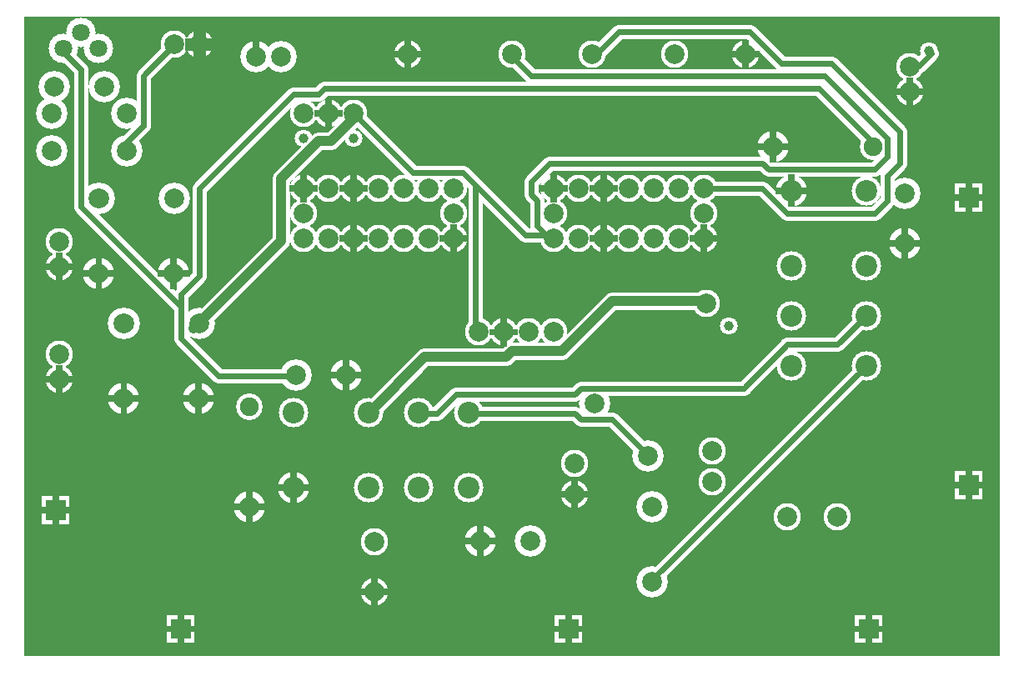
<source format=gbr>
%FSLAX34Y34*%
%MOMM*%
%LNCOPPER_TOP*%
G71*
G01*
%ADD10C,2.800*%
%ADD11C,1.400*%
%ADD12C,1.800*%
%ADD13C,3.200*%
%ADD14C,2.800*%
%ADD15C,1.800*%
%ADD16C,2.700*%
%ADD17C,3.000*%
%ADD18C,3.000*%
%ADD19C,0.667*%
%ADD20C,0.680*%
%ADD21C,0.813*%
%ADD22C,1.260*%
%ADD23C,2.000*%
%ADD24C,0.600*%
%ADD25C,1.000*%
%ADD26C,2.000*%
%ADD27C,1.000*%
%ADD28C,1.900*%
%ADD29C,2.200*%
%ADD30C,4.300*%
%ADD31C,1.800*%
%LPD*%
G36*
X-431800Y104700D02*
X558200Y104700D01*
X558200Y-545300D01*
X-431800Y-545300D01*
X-431800Y104700D01*
G37*
%LPC*%
X105550Y-70090D02*
G54D10*
D03*
X130950Y-70090D02*
G54D10*
D03*
X130950Y-70090D02*
G54D10*
D03*
X156350Y-70090D02*
G54D10*
D03*
X156350Y-70090D02*
G54D10*
D03*
X181750Y-70090D02*
G54D10*
D03*
X181750Y-70090D02*
G54D10*
D03*
X207150Y-70090D02*
G54D10*
D03*
X207150Y-70090D02*
G54D10*
D03*
X232550Y-70090D02*
G54D10*
D03*
X232550Y-70090D02*
G54D10*
D03*
X257950Y-70090D02*
G54D10*
D03*
X257950Y-70090D02*
G54D10*
D03*
X257950Y-95490D02*
G54D10*
D03*
X257950Y-95490D02*
G54D10*
D03*
X257950Y-120890D02*
G54D10*
D03*
X105550Y-70090D02*
G54D10*
D03*
X105550Y-95490D02*
G54D10*
D03*
X105550Y-95490D02*
G54D10*
D03*
X105550Y-120890D02*
G54D10*
D03*
X105550Y-120890D02*
G54D10*
D03*
X130950Y-120890D02*
G54D10*
D03*
X130950Y-120890D02*
G54D10*
D03*
X156350Y-120890D02*
G54D10*
D03*
X156350Y-120890D02*
G54D10*
D03*
X181750Y-120890D02*
G54D10*
D03*
X181750Y-120890D02*
G54D10*
D03*
X207150Y-120890D02*
G54D10*
D03*
X207150Y-120890D02*
G54D10*
D03*
X232550Y-120890D02*
G54D10*
D03*
X232550Y-120890D02*
G54D10*
D03*
X257950Y-120890D02*
G54D10*
D03*
X257950Y-120890D02*
G54D10*
D03*
X105550Y-120890D02*
G54D10*
D03*
X-148450Y-70090D02*
G54D10*
D03*
X-123050Y-70090D02*
G54D10*
D03*
X-123050Y-70090D02*
G54D10*
D03*
X-97650Y-70090D02*
G54D10*
D03*
X-97650Y-70090D02*
G54D10*
D03*
X-72250Y-70090D02*
G54D10*
D03*
X-72250Y-70090D02*
G54D10*
D03*
X-46850Y-70090D02*
G54D10*
D03*
X-46850Y-70090D02*
G54D10*
D03*
X-21450Y-70090D02*
G54D10*
D03*
X-21450Y-70090D02*
G54D10*
D03*
X3950Y-70090D02*
G54D10*
D03*
X3950Y-70090D02*
G54D10*
D03*
X3950Y-95490D02*
G54D10*
D03*
X3950Y-95490D02*
G54D10*
D03*
X3950Y-120890D02*
G54D10*
D03*
X-148450Y-70090D02*
G54D10*
D03*
X-148450Y-95490D02*
G54D10*
D03*
X-148450Y-95490D02*
G54D10*
D03*
X-148450Y-120890D02*
G54D10*
D03*
X-148450Y-120890D02*
G54D10*
D03*
X-123050Y-120890D02*
G54D10*
D03*
X-123050Y-120890D02*
G54D10*
D03*
X-97650Y-120890D02*
G54D10*
D03*
X-97650Y-120890D02*
G54D10*
D03*
X-72250Y-120890D02*
G54D10*
D03*
X-72250Y-120890D02*
G54D10*
D03*
X-46850Y-120890D02*
G54D10*
D03*
X-46850Y-120890D02*
G54D10*
D03*
X-21450Y-120890D02*
G54D10*
D03*
X-21450Y-120890D02*
G54D10*
D03*
X3950Y-120890D02*
G54D10*
D03*
X3950Y-120890D02*
G54D10*
D03*
X-148450Y-120890D02*
G54D10*
D03*
X29350Y-216140D02*
G54D10*
D03*
X29350Y-216140D02*
G54D10*
D03*
X54750Y-216140D02*
G54D10*
D03*
X54750Y-216140D02*
G54D10*
D03*
X80150Y-216140D02*
G54D10*
D03*
X80150Y-216140D02*
G54D10*
D03*
X105550Y-216140D02*
G54D10*
D03*
X105550Y-216140D02*
G54D10*
D03*
X-148450Y6110D02*
G54D10*
D03*
X-123050Y6110D02*
G54D10*
D03*
X-97650Y6110D02*
G54D10*
D03*
G54D11*
X-97650Y6110D02*
X-100800Y9260D01*
X-37300Y-54240D01*
X13500Y-54240D01*
X77000Y-117740D01*
X102400Y-117740D01*
X105550Y-120890D01*
G54D11*
X-97650Y6110D02*
X-100800Y9260D01*
X-37300Y-54240D01*
X13500Y-54240D01*
X26200Y-66940D01*
X26200Y-212990D01*
X29350Y-216140D01*
X-148450Y-19290D02*
G54D12*
D03*
X-97650Y-19290D02*
G54D12*
D03*
X-330783Y-206934D02*
G54D13*
D03*
X-330833Y-283184D02*
G54D13*
D03*
X-330783Y-206934D02*
G54D14*
D03*
X-254592Y-207008D02*
G54D13*
D03*
X-330842Y-206958D02*
G54D13*
D03*
X-254592Y-207008D02*
G54D14*
D03*
X-254592Y-207008D02*
G54D13*
D03*
X-254642Y-283258D02*
G54D13*
D03*
X-254592Y-207008D02*
G54D14*
D03*
X-356182Y-79934D02*
G54D13*
D03*
X-356233Y-156184D02*
G54D13*
D03*
X-356183Y-79934D02*
G54D14*
D03*
X-279992Y-80008D02*
G54D13*
D03*
X-356242Y-79958D02*
G54D13*
D03*
X-279992Y-80008D02*
G54D14*
D03*
X-279992Y-80008D02*
G54D13*
D03*
X-280042Y-156258D02*
G54D13*
D03*
X-279992Y-80008D02*
G54D14*
D03*
X-396427Y-238639D02*
G54D10*
D03*
X-396427Y-264039D02*
G54D10*
D03*
X-396427Y-124339D02*
G54D10*
D03*
X-396427Y-149739D02*
G54D10*
D03*
X467173Y53461D02*
G54D10*
D03*
X467173Y28061D02*
G54D10*
D03*
X486550Y69610D02*
G54D12*
D03*
G54D11*
X486550Y69610D02*
X488950Y66650D01*
X476250Y53950D01*
X469900Y53950D01*
X467173Y53461D01*
X260350Y-187200D02*
G54D10*
D03*
G54D15*
X-254592Y-207008D02*
X-260350Y-212600D01*
X-171450Y-123700D01*
X-171450Y-60200D01*
X-133350Y-22100D01*
X-120650Y-22100D01*
X-95250Y3300D01*
X-97650Y6110D01*
X-203200Y-393650D02*
G54D16*
D03*
X-203200Y-292050D02*
G54D16*
D03*
X-158365Y-374365D02*
G54D17*
D03*
X-158365Y-298165D02*
G54D17*
D03*
X-82165Y-374365D02*
G54D17*
D03*
X-31365Y-374365D02*
G54D17*
D03*
X19435Y-374365D02*
G54D17*
D03*
X-82165Y-298165D02*
G54D17*
D03*
X-31365Y-298165D02*
G54D17*
D03*
X19435Y-298165D02*
G54D17*
D03*
X-104940Y-259475D02*
G54D13*
D03*
X-155921Y-259587D02*
G54D13*
D03*
X-104940Y-259475D02*
G54D13*
D03*
X-203200Y-393650D02*
G54D13*
D03*
X-158365Y-374365D02*
G54D13*
D03*
X328052Y-27496D02*
G54D16*
D03*
X429652Y-27496D02*
G54D16*
D03*
X347337Y-72330D02*
G54D17*
D03*
X423537Y-72330D02*
G54D17*
D03*
X347337Y-148530D02*
G54D17*
D03*
X347337Y-199330D02*
G54D17*
D03*
X347337Y-250130D02*
G54D17*
D03*
X423537Y-148530D02*
G54D17*
D03*
X423537Y-199330D02*
G54D17*
D03*
X423537Y-250130D02*
G54D17*
D03*
X462227Y-125755D02*
G54D13*
D03*
X462115Y-74774D02*
G54D13*
D03*
X462227Y-125755D02*
G54D13*
D03*
X328052Y-27496D02*
G54D13*
D03*
X347337Y-72330D02*
G54D13*
D03*
X-196950Y63500D02*
G54D13*
D03*
X-171450Y63500D02*
G54D13*
D03*
X-158365Y-298165D02*
G54D10*
D03*
X347337Y-72330D02*
G54D10*
D03*
G36*
X513050Y-65400D02*
X541050Y-65400D01*
X541050Y-93400D01*
X513050Y-93400D01*
X513050Y-65400D01*
G37*
G36*
X513050Y-357500D02*
X541050Y-357500D01*
X541050Y-385500D01*
X513050Y-385500D01*
X513050Y-357500D01*
G37*
X266700Y-336500D02*
G54D10*
D03*
X266700Y-368250D02*
G54D10*
D03*
X-76200Y-428700D02*
G54D10*
D03*
X-76200Y-479500D02*
G54D10*
D03*
X342900Y-403300D02*
G54D10*
D03*
X393700Y-403300D02*
G54D10*
D03*
X201077Y-342250D02*
G54D13*
D03*
X147195Y-288298D02*
G54D13*
D03*
X201077Y-342250D02*
G54D14*
D03*
X205128Y-470026D02*
G54D13*
D03*
X205178Y-393776D02*
G54D13*
D03*
X205128Y-470026D02*
G54D14*
D03*
G36*
X106650Y-503550D02*
X134650Y-503550D01*
X134650Y-531550D01*
X106650Y-531550D01*
X106650Y-503550D01*
G37*
X127000Y-349200D02*
G54D10*
D03*
X127000Y-380950D02*
G54D10*
D03*
X-76200Y-479500D02*
G54D10*
D03*
X127000Y-380950D02*
G54D10*
D03*
X30894Y-428607D02*
G54D13*
D03*
X81874Y-428495D02*
G54D13*
D03*
G54D15*
X-82165Y-298165D02*
X-82550Y-298450D01*
X-25400Y-241300D01*
X57150Y-241300D01*
X63500Y-234950D01*
X114300Y-234950D01*
X165100Y-184150D01*
X260350Y-184150D01*
X260350Y-187200D01*
G54D11*
X423537Y-199330D02*
X425450Y-196850D01*
X393700Y-228600D01*
X342900Y-228600D01*
X298450Y-273050D01*
X133350Y-273050D01*
X127000Y-279400D01*
X6350Y-279400D01*
X-12700Y-298450D01*
X-31750Y-298450D01*
X-31365Y-298165D01*
G54D11*
X201077Y-342250D02*
X203200Y-342900D01*
X165100Y-304800D01*
X133350Y-304800D01*
X127000Y-298450D01*
X19050Y-298450D01*
X19435Y-298165D01*
G54D11*
X205128Y-470026D02*
X203200Y-469900D01*
X425450Y-247650D01*
X423537Y-250130D01*
X283350Y-209790D02*
G54D12*
D03*
X30894Y-428607D02*
G54D13*
D03*
G36*
X-287050Y-503550D02*
X-259050Y-503550D01*
X-259050Y-531550D01*
X-287050Y-531550D01*
X-287050Y-503550D01*
G37*
G36*
X411450Y-503550D02*
X439450Y-503550D01*
X439450Y-531550D01*
X411450Y-531550D01*
X411450Y-503550D01*
G37*
G36*
X-414050Y-382900D02*
X-386050Y-382900D01*
X-386050Y-410900D01*
X-414050Y-410900D01*
X-414050Y-382900D01*
G37*
X-356782Y72522D02*
G54D18*
D03*
X-374357Y88422D02*
G54D18*
D03*
X-391973Y72487D02*
G54D18*
D03*
X-401847Y33135D02*
G54D13*
D03*
X-350866Y33248D02*
G54D13*
D03*
X-404254Y6488D02*
G54D13*
D03*
X-328004Y6438D02*
G54D13*
D03*
X-404254Y-31612D02*
G54D13*
D03*
X-328004Y-31662D02*
G54D13*
D03*
X-279400Y76200D02*
G54D10*
D03*
X-254000Y76200D02*
G54D10*
D03*
G54D11*
X-391973Y72487D02*
X-393700Y69850D01*
X-374650Y50800D01*
X-374650Y-88900D01*
X-273050Y-190500D01*
X-273050Y-222250D01*
X-234950Y-260350D01*
X-158750Y-260350D01*
X-155921Y-259587D01*
G54D11*
X-279400Y76200D02*
X-311150Y44450D01*
X-311150Y-6350D01*
X-330200Y-25400D01*
X-330200Y-31750D01*
X-328004Y-31662D01*
G54D11*
X429652Y-27495D02*
X431800Y-25400D01*
X374650Y31750D01*
X-127000Y31750D01*
X-133350Y25400D01*
X-158750Y25400D01*
X-254000Y-69850D01*
X-254000Y-158750D01*
X-273050Y-177800D01*
X-273050Y-222250D01*
X-234950Y-260350D01*
X-158750Y-260350D01*
X-155921Y-259587D01*
X63500Y66600D02*
G54D10*
D03*
X144601Y65863D02*
G54D10*
D03*
X228600Y66600D02*
G54D10*
D03*
X-42500Y66073D02*
G54D10*
D03*
X300400Y66073D02*
G54D10*
D03*
G54D11*
X63500Y66600D02*
X63500Y63500D01*
X82550Y44450D01*
X381000Y44450D01*
X444500Y-19050D01*
X444500Y-38100D01*
X431800Y-50800D01*
X323850Y-50800D01*
X317500Y-44450D01*
X101600Y-44450D01*
X82550Y-63500D01*
X82550Y-76200D01*
X88900Y-82550D01*
X88900Y-107950D01*
X101600Y-120650D01*
X107950Y-120650D01*
X105550Y-120890D01*
G54D11*
X144601Y65863D02*
X146050Y63500D01*
X171450Y88900D01*
X304800Y88900D01*
X336550Y57150D01*
X387350Y57150D01*
X457200Y-12700D01*
X457200Y-44450D01*
X444500Y-57150D01*
X444500Y-82550D01*
X431800Y-95250D01*
X342900Y-95250D01*
X317500Y-69850D01*
X260350Y-69850D01*
X257950Y-70090D01*
%LPD*%
G54D19*
G36*
X153017Y-70090D02*
X153017Y-55590D01*
X159683Y-55590D01*
X159683Y-70090D01*
X153017Y-70090D01*
G37*
G36*
X156350Y-66757D02*
X170850Y-66757D01*
X170850Y-73423D01*
X156350Y-73423D01*
X156350Y-66757D01*
G37*
G36*
X159683Y-70090D02*
X159683Y-84590D01*
X153017Y-84590D01*
X153017Y-70090D01*
X159683Y-70090D01*
G37*
G36*
X156350Y-73423D02*
X141850Y-73423D01*
X141850Y-66757D01*
X156350Y-66757D01*
X156350Y-73423D01*
G37*
G54D19*
G36*
X105550Y-66757D02*
X120050Y-66757D01*
X120050Y-73423D01*
X105550Y-73423D01*
X105550Y-66757D01*
G37*
G36*
X108883Y-70090D02*
X108883Y-84590D01*
X102217Y-84590D01*
X102217Y-70090D01*
X108883Y-70090D01*
G37*
G36*
X105550Y-73423D02*
X91050Y-73423D01*
X91050Y-66757D01*
X105550Y-66757D01*
X105550Y-73423D01*
G37*
G36*
X102217Y-70090D02*
X102217Y-55590D01*
X108883Y-55590D01*
X108883Y-70090D01*
X102217Y-70090D01*
G37*
G54D19*
G36*
X153017Y-120890D02*
X153017Y-106390D01*
X159683Y-106390D01*
X159683Y-120890D01*
X153017Y-120890D01*
G37*
G36*
X156350Y-117557D02*
X170850Y-117557D01*
X170850Y-124223D01*
X156350Y-124223D01*
X156350Y-117557D01*
G37*
G36*
X159683Y-120890D02*
X159683Y-135390D01*
X153017Y-135390D01*
X153017Y-120890D01*
X159683Y-120890D01*
G37*
G36*
X156350Y-124223D02*
X141850Y-124223D01*
X141850Y-117557D01*
X156350Y-117557D01*
X156350Y-124223D01*
G37*
G54D19*
G36*
X257950Y-117557D02*
X272450Y-117557D01*
X272450Y-124223D01*
X257950Y-124223D01*
X257950Y-117557D01*
G37*
G36*
X261283Y-120890D02*
X261283Y-135390D01*
X254617Y-135390D01*
X254617Y-120890D01*
X261283Y-120890D01*
G37*
G36*
X257950Y-124223D02*
X243450Y-124223D01*
X243450Y-117557D01*
X257950Y-117557D01*
X257950Y-124223D01*
G37*
G36*
X254617Y-120890D02*
X254617Y-106390D01*
X261283Y-106390D01*
X261283Y-120890D01*
X254617Y-120890D01*
G37*
G54D19*
G36*
X-100983Y-70090D02*
X-100983Y-55590D01*
X-94316Y-55590D01*
X-94316Y-70090D01*
X-100983Y-70090D01*
G37*
G36*
X-97650Y-66757D02*
X-83150Y-66757D01*
X-83150Y-73423D01*
X-97650Y-73423D01*
X-97650Y-66757D01*
G37*
G36*
X-94316Y-70090D02*
X-94316Y-84590D01*
X-100983Y-84590D01*
X-100983Y-70090D01*
X-94316Y-70090D01*
G37*
G36*
X-97650Y-73423D02*
X-112150Y-73423D01*
X-112150Y-66757D01*
X-97650Y-66757D01*
X-97650Y-73423D01*
G37*
G54D19*
G36*
X-148450Y-66757D02*
X-133950Y-66757D01*
X-133950Y-73423D01*
X-148450Y-73423D01*
X-148450Y-66757D01*
G37*
G36*
X-145117Y-70090D02*
X-145117Y-84590D01*
X-151783Y-84590D01*
X-151783Y-70090D01*
X-145117Y-70090D01*
G37*
G36*
X-148450Y-73423D02*
X-162950Y-73423D01*
X-162950Y-66757D01*
X-148450Y-66757D01*
X-148450Y-73423D01*
G37*
G36*
X-151783Y-70090D02*
X-151783Y-55590D01*
X-145117Y-55590D01*
X-145117Y-70090D01*
X-151783Y-70090D01*
G37*
G54D19*
G36*
X-100983Y-120890D02*
X-100983Y-106390D01*
X-94316Y-106390D01*
X-94316Y-120890D01*
X-100983Y-120890D01*
G37*
G36*
X-97650Y-117557D02*
X-83150Y-117557D01*
X-83150Y-124223D01*
X-97650Y-124223D01*
X-97650Y-117557D01*
G37*
G36*
X-94316Y-120890D02*
X-94316Y-135390D01*
X-100983Y-135390D01*
X-100983Y-120890D01*
X-94316Y-120890D01*
G37*
G36*
X-97650Y-124223D02*
X-112150Y-124223D01*
X-112150Y-117557D01*
X-97650Y-117557D01*
X-97650Y-124223D01*
G37*
G54D19*
G36*
X3950Y-117557D02*
X18450Y-117557D01*
X18450Y-124223D01*
X3950Y-124223D01*
X3950Y-117557D01*
G37*
G36*
X7284Y-120890D02*
X7284Y-135390D01*
X617Y-135390D01*
X617Y-120890D01*
X7284Y-120890D01*
G37*
G36*
X3950Y-124223D02*
X-10550Y-124223D01*
X-10550Y-117557D01*
X3950Y-117557D01*
X3950Y-124223D01*
G37*
G36*
X617Y-120890D02*
X617Y-106390D01*
X7284Y-106390D01*
X7284Y-120890D01*
X617Y-120890D01*
G37*
G54D19*
G36*
X51417Y-216140D02*
X51417Y-201640D01*
X58084Y-201640D01*
X58084Y-216140D01*
X51417Y-216140D01*
G37*
G36*
X54750Y-212807D02*
X69250Y-212807D01*
X69250Y-219473D01*
X54750Y-219473D01*
X54750Y-212807D01*
G37*
G36*
X58084Y-216140D02*
X58084Y-230640D01*
X51417Y-230640D01*
X51417Y-216140D01*
X58084Y-216140D01*
G37*
G36*
X54750Y-219473D02*
X40250Y-219473D01*
X40250Y-212807D01*
X54750Y-212807D01*
X54750Y-219473D01*
G37*
G54D19*
G36*
X-126383Y6110D02*
X-126383Y20610D01*
X-119717Y20610D01*
X-119717Y6110D01*
X-126383Y6110D01*
G37*
G36*
X-123050Y9443D02*
X-108550Y9443D01*
X-108550Y2777D01*
X-123050Y2777D01*
X-123050Y9443D01*
G37*
G36*
X-119717Y6110D02*
X-119717Y-8390D01*
X-126383Y-8390D01*
X-126383Y6110D01*
X-119717Y6110D01*
G37*
G36*
X-123050Y2777D02*
X-137550Y2777D01*
X-137550Y9443D01*
X-123050Y9443D01*
X-123050Y2777D01*
G37*
G54D19*
G36*
X-330833Y-279851D02*
X-314333Y-279851D01*
X-314333Y-286517D01*
X-330833Y-286517D01*
X-330833Y-279851D01*
G37*
G36*
X-327500Y-283184D02*
X-327500Y-299684D01*
X-334166Y-299684D01*
X-334166Y-283184D01*
X-327500Y-283184D01*
G37*
G36*
X-330833Y-286517D02*
X-347333Y-286517D01*
X-347333Y-279851D01*
X-330833Y-279851D01*
X-330833Y-286517D01*
G37*
G36*
X-334166Y-283184D02*
X-334166Y-266684D01*
X-327500Y-266684D01*
X-327500Y-283184D01*
X-334166Y-283184D01*
G37*
G54D20*
G36*
X-254642Y-279858D02*
X-238142Y-279858D01*
X-238142Y-286658D01*
X-254642Y-286658D01*
X-254642Y-279858D01*
G37*
G36*
X-251242Y-283258D02*
X-251242Y-299758D01*
X-258042Y-299758D01*
X-258042Y-283258D01*
X-251242Y-283258D01*
G37*
G36*
X-254642Y-286658D02*
X-271142Y-286658D01*
X-271142Y-279858D01*
X-254642Y-279858D01*
X-254642Y-286658D01*
G37*
G36*
X-258042Y-283258D02*
X-258042Y-266758D01*
X-251242Y-266758D01*
X-251242Y-283258D01*
X-258042Y-283258D01*
G37*
G54D19*
G36*
X-356233Y-152851D02*
X-339733Y-152851D01*
X-339733Y-159517D01*
X-356233Y-159517D01*
X-356233Y-152851D01*
G37*
G36*
X-352900Y-156184D02*
X-352900Y-172684D01*
X-359566Y-172684D01*
X-359566Y-156184D01*
X-352900Y-156184D01*
G37*
G36*
X-356233Y-159517D02*
X-372733Y-159517D01*
X-372733Y-152851D01*
X-356233Y-152851D01*
X-356233Y-159517D01*
G37*
G36*
X-359566Y-156184D02*
X-359566Y-139684D01*
X-352900Y-139684D01*
X-352900Y-156184D01*
X-359566Y-156184D01*
G37*
G54D20*
G36*
X-280042Y-152858D02*
X-263542Y-152858D01*
X-263542Y-159658D01*
X-280042Y-159658D01*
X-280042Y-152858D01*
G37*
G36*
X-276642Y-156258D02*
X-276642Y-172758D01*
X-283442Y-172758D01*
X-283442Y-156258D01*
X-276642Y-156258D01*
G37*
G36*
X-280042Y-159658D02*
X-296542Y-159658D01*
X-296542Y-152858D01*
X-280042Y-152858D01*
X-280042Y-159658D01*
G37*
G36*
X-283442Y-156258D02*
X-283442Y-139758D01*
X-276642Y-139758D01*
X-276642Y-156258D01*
X-283442Y-156258D01*
G37*
G54D19*
G36*
X-399760Y-264039D02*
X-399760Y-249539D01*
X-393094Y-249539D01*
X-393094Y-264039D01*
X-399760Y-264039D01*
G37*
G36*
X-396427Y-260706D02*
X-381927Y-260706D01*
X-381927Y-267372D01*
X-396427Y-267372D01*
X-396427Y-260706D01*
G37*
G36*
X-393094Y-264039D02*
X-393094Y-278539D01*
X-399760Y-278539D01*
X-399760Y-264039D01*
X-393094Y-264039D01*
G37*
G36*
X-396427Y-267372D02*
X-410927Y-267372D01*
X-410927Y-260706D01*
X-396427Y-260706D01*
X-396427Y-267372D01*
G37*
G54D19*
G36*
X-399760Y-149739D02*
X-399760Y-135239D01*
X-393094Y-135239D01*
X-393094Y-149739D01*
X-399760Y-149739D01*
G37*
G36*
X-396427Y-146406D02*
X-381927Y-146406D01*
X-381927Y-153072D01*
X-396427Y-153072D01*
X-396427Y-146406D01*
G37*
G36*
X-393094Y-149739D02*
X-393094Y-164239D01*
X-399760Y-164239D01*
X-399760Y-149739D01*
X-393094Y-149739D01*
G37*
G36*
X-396427Y-153072D02*
X-410927Y-153072D01*
X-410927Y-146406D01*
X-396427Y-146406D01*
X-396427Y-153072D01*
G37*
G54D19*
G36*
X463840Y28061D02*
X463840Y42561D01*
X470506Y42561D01*
X470506Y28061D01*
X463840Y28061D01*
G37*
G36*
X467173Y31394D02*
X481673Y31394D01*
X481673Y24728D01*
X467173Y24728D01*
X467173Y31394D01*
G37*
G36*
X470506Y28061D02*
X470506Y13561D01*
X463840Y13561D01*
X463840Y28061D01*
X470506Y28061D01*
G37*
G36*
X467173Y24728D02*
X452673Y24728D01*
X452673Y31394D01*
X467173Y31394D01*
X467173Y24728D01*
G37*
G54D20*
G36*
X-104940Y-256075D02*
X-88440Y-256075D01*
X-88440Y-262875D01*
X-104940Y-262875D01*
X-104940Y-256075D01*
G37*
G36*
X-101540Y-259475D02*
X-101540Y-275975D01*
X-108340Y-275975D01*
X-108340Y-259475D01*
X-101540Y-259475D01*
G37*
G36*
X-104940Y-262875D02*
X-121440Y-262875D01*
X-121440Y-256075D01*
X-104940Y-256075D01*
X-104940Y-262875D01*
G37*
G36*
X-108340Y-259475D02*
X-108340Y-242975D01*
X-101540Y-242975D01*
X-101540Y-259475D01*
X-108340Y-259475D01*
G37*
G54D20*
G36*
X-203200Y-390250D02*
X-186700Y-390250D01*
X-186700Y-397050D01*
X-203200Y-397050D01*
X-203200Y-390250D01*
G37*
G36*
X-199800Y-393650D02*
X-199800Y-410150D01*
X-206600Y-410150D01*
X-206600Y-393650D01*
X-199800Y-393650D01*
G37*
G36*
X-203200Y-397050D02*
X-219700Y-397050D01*
X-219700Y-390250D01*
X-203200Y-390250D01*
X-203200Y-397050D01*
G37*
G36*
X-206600Y-393650D02*
X-206600Y-377150D01*
X-199800Y-377150D01*
X-199800Y-393650D01*
X-206600Y-393650D01*
G37*
G54D20*
G36*
X-158365Y-370965D02*
X-141865Y-370965D01*
X-141865Y-377765D01*
X-158365Y-377765D01*
X-158365Y-370965D01*
G37*
G36*
X-154965Y-374365D02*
X-154965Y-390865D01*
X-161765Y-390865D01*
X-161765Y-374365D01*
X-154965Y-374365D01*
G37*
G36*
X-158365Y-377765D02*
X-174865Y-377765D01*
X-174865Y-370965D01*
X-158365Y-370965D01*
X-158365Y-377765D01*
G37*
G36*
X-161765Y-374365D02*
X-161765Y-357865D01*
X-154965Y-357865D01*
X-154965Y-374365D01*
X-161765Y-374365D01*
G37*
G54D20*
G36*
X465627Y-125755D02*
X465627Y-142255D01*
X458827Y-142255D01*
X458827Y-125755D01*
X465627Y-125755D01*
G37*
G36*
X462227Y-129155D02*
X445727Y-129155D01*
X445727Y-122355D01*
X462227Y-122355D01*
X462227Y-129155D01*
G37*
G36*
X458827Y-125755D02*
X458827Y-109255D01*
X465627Y-109255D01*
X465627Y-125755D01*
X458827Y-125755D01*
G37*
G36*
X462227Y-122355D02*
X478727Y-122355D01*
X478727Y-129155D01*
X462227Y-129155D01*
X462227Y-122355D01*
G37*
G54D20*
G36*
X331452Y-27496D02*
X331452Y-43996D01*
X324652Y-43996D01*
X324652Y-27496D01*
X331452Y-27496D01*
G37*
G36*
X328052Y-30896D02*
X311552Y-30896D01*
X311552Y-24096D01*
X328052Y-24096D01*
X328052Y-30896D01*
G37*
G36*
X324652Y-27496D02*
X324652Y-10996D01*
X331452Y-10996D01*
X331452Y-27496D01*
X324652Y-27496D01*
G37*
G36*
X328052Y-24096D02*
X344552Y-24096D01*
X344552Y-30896D01*
X328052Y-30896D01*
X328052Y-24096D01*
G37*
G54D20*
G36*
X350737Y-72330D02*
X350737Y-88830D01*
X343937Y-88830D01*
X343937Y-72330D01*
X350737Y-72330D01*
G37*
G36*
X347337Y-75730D02*
X330837Y-75730D01*
X330837Y-68930D01*
X347337Y-68930D01*
X347337Y-75730D01*
G37*
G36*
X343937Y-72330D02*
X343937Y-55830D01*
X350737Y-55830D01*
X350737Y-72330D01*
X343937Y-72330D01*
G37*
G36*
X347337Y-68930D02*
X363837Y-68930D01*
X363837Y-75730D01*
X347337Y-75730D01*
X347337Y-68930D01*
G37*
G54D19*
G36*
X-200283Y63500D02*
X-200283Y80000D01*
X-193617Y80000D01*
X-193617Y63500D01*
X-200283Y63500D01*
G37*
G54D21*
G54D19*
G36*
X523717Y-79400D02*
X523717Y-64900D01*
X530383Y-64900D01*
X530383Y-79400D01*
X523717Y-79400D01*
G37*
G36*
X527050Y-76067D02*
X541550Y-76067D01*
X541550Y-82733D01*
X527050Y-82733D01*
X527050Y-76067D01*
G37*
G36*
X530383Y-79400D02*
X530383Y-93900D01*
X523717Y-93900D01*
X523717Y-79400D01*
X530383Y-79400D01*
G37*
G36*
X527050Y-82733D02*
X512550Y-82733D01*
X512550Y-76067D01*
X527050Y-76067D01*
X527050Y-82733D01*
G37*
G54D19*
G36*
X523717Y-371500D02*
X523717Y-357000D01*
X530383Y-357000D01*
X530383Y-371500D01*
X523717Y-371500D01*
G37*
G36*
X527050Y-368167D02*
X541550Y-368167D01*
X541550Y-374833D01*
X527050Y-374833D01*
X527050Y-368167D01*
G37*
G36*
X530383Y-371500D02*
X530383Y-386000D01*
X523717Y-386000D01*
X523717Y-371500D01*
X530383Y-371500D01*
G37*
G36*
X527050Y-374833D02*
X512550Y-374833D01*
X512550Y-368167D01*
X527050Y-368167D01*
X527050Y-374833D01*
G37*
G54D19*
G36*
X117317Y-517550D02*
X117317Y-503050D01*
X123983Y-503050D01*
X123983Y-517550D01*
X117317Y-517550D01*
G37*
G36*
X120650Y-514217D02*
X135150Y-514217D01*
X135150Y-520883D01*
X120650Y-520883D01*
X120650Y-514217D01*
G37*
G36*
X123983Y-517550D02*
X123983Y-532050D01*
X117317Y-532050D01*
X117317Y-517550D01*
X123983Y-517550D01*
G37*
G36*
X120650Y-520883D02*
X106150Y-520883D01*
X106150Y-514217D01*
X120650Y-514217D01*
X120650Y-520883D01*
G37*
G54D20*
G36*
X-76200Y-476100D02*
X-61700Y-476100D01*
X-61700Y-482900D01*
X-76200Y-482900D01*
X-76200Y-476100D01*
G37*
G36*
X-72800Y-479500D02*
X-72800Y-494000D01*
X-79600Y-494000D01*
X-79600Y-479500D01*
X-72800Y-479500D01*
G37*
G36*
X-76200Y-482900D02*
X-90700Y-482900D01*
X-90700Y-476100D01*
X-76200Y-476100D01*
X-76200Y-482900D01*
G37*
G36*
X-79600Y-479500D02*
X-79600Y-465000D01*
X-72800Y-465000D01*
X-72800Y-479500D01*
X-79600Y-479500D01*
G37*
G54D20*
G36*
X127000Y-377550D02*
X141500Y-377550D01*
X141500Y-384350D01*
X127000Y-384350D01*
X127000Y-377550D01*
G37*
G36*
X130400Y-380950D02*
X130400Y-395450D01*
X123600Y-395450D01*
X123600Y-380950D01*
X130400Y-380950D01*
G37*
G36*
X127000Y-384350D02*
X112500Y-384350D01*
X112500Y-377550D01*
X127000Y-377550D01*
X127000Y-384350D01*
G37*
G36*
X123600Y-380950D02*
X123600Y-366450D01*
X130400Y-366450D01*
X130400Y-380950D01*
X123600Y-380950D01*
G37*
G54D20*
G36*
X30894Y-432007D02*
X14394Y-432007D01*
X14394Y-425207D01*
X30894Y-425207D01*
X30894Y-432007D01*
G37*
G36*
X27494Y-428607D02*
X27494Y-412107D01*
X34294Y-412107D01*
X34294Y-428607D01*
X27494Y-428607D01*
G37*
G36*
X30894Y-425207D02*
X47394Y-425207D01*
X47394Y-432007D01*
X30894Y-432007D01*
X30894Y-425207D01*
G37*
G36*
X34294Y-428607D02*
X34294Y-445107D01*
X27494Y-445107D01*
X27494Y-428607D01*
X34294Y-428607D01*
G37*
G54D19*
G36*
X-276383Y-517550D02*
X-276383Y-503050D01*
X-269717Y-503050D01*
X-269717Y-517550D01*
X-276383Y-517550D01*
G37*
G36*
X-273050Y-514217D02*
X-258550Y-514217D01*
X-258550Y-520883D01*
X-273050Y-520883D01*
X-273050Y-514217D01*
G37*
G36*
X-269717Y-517550D02*
X-269717Y-532050D01*
X-276383Y-532050D01*
X-276383Y-517550D01*
X-269717Y-517550D01*
G37*
G36*
X-273050Y-520883D02*
X-287550Y-520883D01*
X-287550Y-514217D01*
X-273050Y-514217D01*
X-273050Y-520883D01*
G37*
G54D19*
G36*
X422117Y-517550D02*
X422117Y-503050D01*
X428783Y-503050D01*
X428783Y-517550D01*
X422117Y-517550D01*
G37*
G36*
X425450Y-514217D02*
X439950Y-514217D01*
X439950Y-520883D01*
X425450Y-520883D01*
X425450Y-514217D01*
G37*
G36*
X428783Y-517550D02*
X428783Y-532050D01*
X422117Y-532050D01*
X422117Y-517550D01*
X428783Y-517550D01*
G37*
G36*
X425450Y-520883D02*
X410950Y-520883D01*
X410950Y-514217D01*
X425450Y-514217D01*
X425450Y-520883D01*
G37*
G54D19*
G36*
X-403383Y-396900D02*
X-403383Y-382400D01*
X-396717Y-382400D01*
X-396717Y-396900D01*
X-403383Y-396900D01*
G37*
G36*
X-400050Y-393567D02*
X-385550Y-393567D01*
X-385550Y-400233D01*
X-400050Y-400233D01*
X-400050Y-393567D01*
G37*
G36*
X-396717Y-396900D02*
X-396717Y-411400D01*
X-403383Y-411400D01*
X-403383Y-396900D01*
X-396717Y-396900D01*
G37*
G36*
X-400050Y-400233D02*
X-414550Y-400233D01*
X-414550Y-393567D01*
X-400050Y-393567D01*
X-400050Y-400233D01*
G37*
G54D22*
G36*
X-260300Y76200D02*
X-260300Y90700D01*
X-247700Y90700D01*
X-247700Y76200D01*
X-260300Y76200D01*
G37*
G36*
X-254000Y82500D02*
X-239500Y82500D01*
X-239500Y69900D01*
X-254000Y69900D01*
X-254000Y82500D01*
G37*
G36*
X-247700Y76200D02*
X-247700Y61700D01*
X-260300Y61700D01*
X-260300Y76200D01*
X-247700Y76200D01*
G37*
G36*
X-254000Y69900D02*
X-268500Y69900D01*
X-268500Y82500D01*
X-254000Y82500D01*
X-254000Y69900D01*
G37*
G54D19*
G36*
X-45833Y66073D02*
X-45833Y80573D01*
X-39167Y80573D01*
X-39167Y66073D01*
X-45833Y66073D01*
G37*
G36*
X-42500Y69406D02*
X-28000Y69406D01*
X-28000Y62740D01*
X-42500Y62740D01*
X-42500Y69406D01*
G37*
G36*
X-39167Y66073D02*
X-39167Y51573D01*
X-45833Y51573D01*
X-45833Y66073D01*
X-39167Y66073D01*
G37*
G36*
X-42500Y62740D02*
X-57000Y62740D01*
X-57000Y69406D01*
X-42500Y69406D01*
X-42500Y62740D01*
G37*
G54D19*
G36*
X297067Y66073D02*
X297067Y80573D01*
X303733Y80573D01*
X303733Y66073D01*
X297067Y66073D01*
G37*
G36*
X300400Y69406D02*
X314900Y69406D01*
X314900Y62740D01*
X300400Y62740D01*
X300400Y69406D01*
G37*
G36*
X303733Y66073D02*
X303733Y51573D01*
X297067Y51573D01*
X297067Y66073D01*
X303733Y66073D01*
G37*
G36*
X300400Y62740D02*
X285900Y62740D01*
X285900Y69406D01*
X300400Y69406D01*
X300400Y62740D01*
G37*
X105550Y-70090D02*
G54D23*
D03*
X130950Y-70090D02*
G54D23*
D03*
X130950Y-70090D02*
G54D23*
D03*
X156350Y-70090D02*
G54D23*
D03*
X156350Y-70090D02*
G54D23*
D03*
X181750Y-70090D02*
G54D23*
D03*
X181750Y-70090D02*
G54D23*
D03*
X207150Y-70090D02*
G54D23*
D03*
X207150Y-70090D02*
G54D23*
D03*
X232550Y-70090D02*
G54D23*
D03*
X232550Y-70090D02*
G54D23*
D03*
X257950Y-70090D02*
G54D23*
D03*
X257950Y-70090D02*
G54D23*
D03*
X257950Y-95490D02*
G54D23*
D03*
X257950Y-95490D02*
G54D23*
D03*
X257950Y-120890D02*
G54D23*
D03*
X105550Y-70090D02*
G54D23*
D03*
X105550Y-95490D02*
G54D23*
D03*
X105550Y-95490D02*
G54D23*
D03*
X105550Y-120890D02*
G54D23*
D03*
X105550Y-120890D02*
G54D23*
D03*
X130950Y-120890D02*
G54D23*
D03*
X130950Y-120890D02*
G54D23*
D03*
X156350Y-120890D02*
G54D23*
D03*
X156350Y-120890D02*
G54D23*
D03*
X181750Y-120890D02*
G54D23*
D03*
X181750Y-120890D02*
G54D23*
D03*
X207150Y-120890D02*
G54D23*
D03*
X207150Y-120890D02*
G54D23*
D03*
X232550Y-120890D02*
G54D23*
D03*
X232550Y-120890D02*
G54D23*
D03*
X257950Y-120890D02*
G54D23*
D03*
X257950Y-120890D02*
G54D23*
D03*
X105550Y-120890D02*
G54D23*
D03*
X-148450Y-70090D02*
G54D23*
D03*
X-123050Y-70090D02*
G54D23*
D03*
X-123050Y-70090D02*
G54D23*
D03*
X-97650Y-70090D02*
G54D23*
D03*
X-97650Y-70090D02*
G54D23*
D03*
X-72250Y-70090D02*
G54D23*
D03*
X-72250Y-70090D02*
G54D23*
D03*
X-46850Y-70090D02*
G54D23*
D03*
X-46850Y-70090D02*
G54D23*
D03*
X-21450Y-70090D02*
G54D23*
D03*
X-21450Y-70090D02*
G54D23*
D03*
X3950Y-70090D02*
G54D23*
D03*
X3950Y-70090D02*
G54D23*
D03*
X3950Y-95490D02*
G54D23*
D03*
X3950Y-95490D02*
G54D23*
D03*
X3950Y-120890D02*
G54D23*
D03*
X-148450Y-70090D02*
G54D23*
D03*
X-148450Y-95490D02*
G54D23*
D03*
X-148450Y-95490D02*
G54D23*
D03*
X-148450Y-120890D02*
G54D23*
D03*
X-148450Y-120890D02*
G54D23*
D03*
X-123050Y-120890D02*
G54D23*
D03*
X-123050Y-120890D02*
G54D23*
D03*
X-97650Y-120890D02*
G54D23*
D03*
X-97650Y-120890D02*
G54D23*
D03*
X-72250Y-120890D02*
G54D23*
D03*
X-72250Y-120890D02*
G54D23*
D03*
X-46850Y-120890D02*
G54D23*
D03*
X-46850Y-120890D02*
G54D23*
D03*
X-21450Y-120890D02*
G54D23*
D03*
X-21450Y-120890D02*
G54D23*
D03*
X3950Y-120890D02*
G54D23*
D03*
X3950Y-120890D02*
G54D23*
D03*
X-148450Y-120890D02*
G54D23*
D03*
X29350Y-216140D02*
G54D23*
D03*
X29350Y-216140D02*
G54D23*
D03*
X54750Y-216140D02*
G54D23*
D03*
X54750Y-216140D02*
G54D23*
D03*
X80150Y-216140D02*
G54D23*
D03*
X80150Y-216140D02*
G54D23*
D03*
X105550Y-216140D02*
G54D23*
D03*
X105550Y-216140D02*
G54D23*
D03*
X-148450Y6110D02*
G54D23*
D03*
X-123050Y6110D02*
G54D23*
D03*
X-97650Y6110D02*
G54D23*
D03*
G54D24*
X-97650Y6110D02*
X-100800Y9260D01*
X-37300Y-54240D01*
X13500Y-54240D01*
X77000Y-117740D01*
X102400Y-117740D01*
X105550Y-120890D01*
G54D24*
X-97650Y6110D02*
X-100800Y9260D01*
X-37300Y-54240D01*
X13500Y-54240D01*
X26200Y-66940D01*
X26200Y-212990D01*
X29350Y-216140D01*
X-148450Y-19290D02*
G54D25*
D03*
X-97650Y-19290D02*
G54D25*
D03*
X-330783Y-206934D02*
G54D23*
D03*
X-330833Y-283184D02*
G54D23*
D03*
X-330783Y-206934D02*
G54D26*
D03*
X-254592Y-207008D02*
G54D23*
D03*
X-330842Y-206958D02*
G54D23*
D03*
X-254592Y-207008D02*
G54D26*
D03*
X-254592Y-207008D02*
G54D23*
D03*
X-254642Y-283258D02*
G54D23*
D03*
X-254592Y-207008D02*
G54D26*
D03*
X-356182Y-79934D02*
G54D23*
D03*
X-356233Y-156184D02*
G54D23*
D03*
X-356183Y-79934D02*
G54D26*
D03*
X-279992Y-80008D02*
G54D23*
D03*
X-356242Y-79958D02*
G54D23*
D03*
X-279992Y-80008D02*
G54D26*
D03*
X-279992Y-80008D02*
G54D23*
D03*
X-280042Y-156258D02*
G54D23*
D03*
X-279992Y-80008D02*
G54D26*
D03*
X-396427Y-238639D02*
G54D23*
D03*
X-396427Y-264039D02*
G54D23*
D03*
X-396427Y-124339D02*
G54D23*
D03*
X-396427Y-149739D02*
G54D23*
D03*
X467173Y53461D02*
G54D23*
D03*
X467173Y28061D02*
G54D23*
D03*
X486550Y69610D02*
G54D25*
D03*
G54D24*
X486550Y69610D02*
X488950Y66650D01*
X476250Y53950D01*
X469900Y53950D01*
X467173Y53461D01*
X260350Y-187200D02*
G54D23*
D03*
G54D27*
X-254592Y-207008D02*
X-260350Y-212600D01*
X-171450Y-123700D01*
X-171450Y-60200D01*
X-133350Y-22100D01*
X-120650Y-22100D01*
X-95250Y3300D01*
X-97650Y6110D01*
X-203200Y-393650D02*
G54D28*
D03*
X-203200Y-292050D02*
G54D28*
D03*
X-158365Y-374365D02*
G54D29*
D03*
X-158365Y-298165D02*
G54D29*
D03*
X-82165Y-374365D02*
G54D29*
D03*
X-31365Y-374365D02*
G54D29*
D03*
X19435Y-374365D02*
G54D29*
D03*
X-82165Y-298165D02*
G54D29*
D03*
X-31365Y-298165D02*
G54D29*
D03*
X19435Y-298165D02*
G54D29*
D03*
X-104940Y-259475D02*
G54D23*
D03*
X-155921Y-259587D02*
G54D23*
D03*
X-104940Y-259475D02*
G54D23*
D03*
X-203200Y-393650D02*
G54D23*
D03*
X-158365Y-374365D02*
G54D23*
D03*
X328052Y-27496D02*
G54D28*
D03*
X429652Y-27496D02*
G54D28*
D03*
X347337Y-72330D02*
G54D29*
D03*
X423537Y-72330D02*
G54D29*
D03*
X347337Y-148530D02*
G54D29*
D03*
X347337Y-199330D02*
G54D29*
D03*
X347337Y-250130D02*
G54D29*
D03*
X423537Y-148530D02*
G54D29*
D03*
X423537Y-199330D02*
G54D29*
D03*
X423537Y-250130D02*
G54D29*
D03*
X462227Y-125755D02*
G54D23*
D03*
X462115Y-74774D02*
G54D23*
D03*
X462227Y-125755D02*
G54D23*
D03*
X328052Y-27496D02*
G54D23*
D03*
X347337Y-72330D02*
G54D23*
D03*
X-196950Y63500D02*
G54D23*
D03*
X-171450Y63500D02*
G54D23*
D03*
X-158365Y-298165D02*
G54D23*
D03*
X347337Y-72330D02*
G54D23*
D03*
G36*
X517050Y-69400D02*
X537050Y-69400D01*
X537050Y-89400D01*
X517050Y-89400D01*
X517050Y-69400D01*
G37*
G36*
X517050Y-361500D02*
X537050Y-361500D01*
X537050Y-381500D01*
X517050Y-381500D01*
X517050Y-361500D01*
G37*
X266700Y-336500D02*
G54D23*
D03*
X266700Y-368250D02*
G54D23*
D03*
X-76200Y-428700D02*
G54D23*
D03*
X-76200Y-479500D02*
G54D23*
D03*
X342900Y-403300D02*
G54D23*
D03*
X393700Y-403300D02*
G54D23*
D03*
X201077Y-342250D02*
G54D23*
D03*
X147195Y-288298D02*
G54D23*
D03*
X201077Y-342250D02*
G54D26*
D03*
X205128Y-470026D02*
G54D23*
D03*
X205178Y-393776D02*
G54D23*
D03*
X205128Y-470026D02*
G54D26*
D03*
G36*
X110650Y-507550D02*
X130650Y-507550D01*
X130650Y-527550D01*
X110650Y-527550D01*
X110650Y-507550D01*
G37*
X127000Y-349200D02*
G54D23*
D03*
X127000Y-380950D02*
G54D23*
D03*
X-76200Y-479500D02*
G54D23*
D03*
X127000Y-380950D02*
G54D23*
D03*
X30894Y-428607D02*
G54D23*
D03*
X81874Y-428495D02*
G54D23*
D03*
G54D27*
X-82165Y-298165D02*
X-82550Y-298450D01*
X-25400Y-241300D01*
X57150Y-241300D01*
X63500Y-234950D01*
X114300Y-234950D01*
X165100Y-184150D01*
X260350Y-184150D01*
X260350Y-187200D01*
G54D24*
X423537Y-199330D02*
X425450Y-196850D01*
X393700Y-228600D01*
X342900Y-228600D01*
X298450Y-273050D01*
X133350Y-273050D01*
X127000Y-279400D01*
X6350Y-279400D01*
X-12700Y-298450D01*
X-31750Y-298450D01*
X-31365Y-298165D01*
G54D24*
X201077Y-342250D02*
X203200Y-342900D01*
X165100Y-304800D01*
X133350Y-304800D01*
X127000Y-298450D01*
X19050Y-298450D01*
X19435Y-298165D01*
G54D24*
X205128Y-470026D02*
X203200Y-469900D01*
X425450Y-247650D01*
X423537Y-250130D01*
X283350Y-209790D02*
G54D25*
D03*
X30894Y-428607D02*
G54D23*
D03*
X-387350Y-511250D02*
G54D30*
D03*
G36*
X-283050Y-507550D02*
X-263050Y-507550D01*
X-263050Y-527550D01*
X-283050Y-527550D01*
X-283050Y-507550D01*
G37*
X527050Y-511250D02*
G54D30*
D03*
G36*
X415450Y-507550D02*
X435450Y-507550D01*
X435450Y-527550D01*
X415450Y-527550D01*
X415450Y-507550D01*
G37*
X527050Y72950D02*
G54D30*
D03*
G36*
X-410050Y-386900D02*
X-390050Y-386900D01*
X-390050Y-406900D01*
X-410050Y-406900D01*
X-410050Y-386900D01*
G37*
X-356782Y72522D02*
G54D31*
D03*
X-374357Y88422D02*
G54D31*
D03*
X-391973Y72487D02*
G54D31*
D03*
X-401847Y33135D02*
G54D23*
D03*
X-350866Y33248D02*
G54D23*
D03*
X-404254Y6488D02*
G54D23*
D03*
X-328004Y6438D02*
G54D23*
D03*
X-404254Y-31612D02*
G54D23*
D03*
X-328004Y-31662D02*
G54D23*
D03*
X-279400Y76200D02*
G54D23*
D03*
X-254000Y76200D02*
G54D23*
D03*
G54D24*
X-391973Y72487D02*
X-393700Y69850D01*
X-374650Y50800D01*
X-374650Y-88900D01*
X-273050Y-190500D01*
X-273050Y-222250D01*
X-234950Y-260350D01*
X-158750Y-260350D01*
X-155921Y-259587D01*
G54D24*
X-279400Y76200D02*
X-311150Y44450D01*
X-311150Y-6350D01*
X-330200Y-25400D01*
X-330200Y-31750D01*
X-328004Y-31662D01*
G54D24*
X429652Y-27495D02*
X431800Y-25400D01*
X374650Y31750D01*
X-127000Y31750D01*
X-133350Y25400D01*
X-158750Y25400D01*
X-254000Y-69850D01*
X-254000Y-158750D01*
X-273050Y-177800D01*
X-273050Y-222250D01*
X-234950Y-260350D01*
X-158750Y-260350D01*
X-155921Y-259587D01*
X-260350Y-3250D02*
G54D30*
D03*
X63500Y66600D02*
G54D23*
D03*
X144601Y65863D02*
G54D23*
D03*
X228600Y66600D02*
G54D23*
D03*
X-42500Y66073D02*
G54D23*
D03*
X300400Y66073D02*
G54D23*
D03*
G54D24*
X63500Y66600D02*
X63500Y63500D01*
X82550Y44450D01*
X381000Y44450D01*
X444500Y-19050D01*
X444500Y-38100D01*
X431800Y-50800D01*
X323850Y-50800D01*
X317500Y-44450D01*
X101600Y-44450D01*
X82550Y-63500D01*
X82550Y-76200D01*
X88900Y-82550D01*
X88900Y-107950D01*
X101600Y-120650D01*
X107950Y-120650D01*
X105550Y-120890D01*
G54D24*
X144601Y65863D02*
X146050Y63500D01*
X171450Y88900D01*
X304800Y88900D01*
X336550Y57150D01*
X387350Y57150D01*
X457200Y-12700D01*
X457200Y-44450D01*
X444500Y-57150D01*
X444500Y-82550D01*
X431800Y-95250D01*
X342900Y-95250D01*
X317500Y-69850D01*
X260350Y-69850D01*
X257950Y-70090D01*
M02*

</source>
